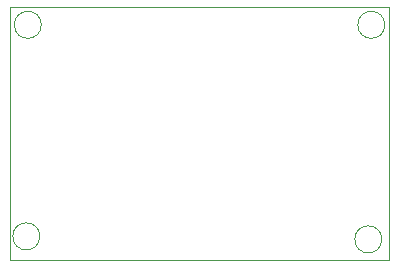
<source format=gbr>
%TF.GenerationSoftware,KiCad,Pcbnew,(6.0.2)*%
%TF.CreationDate,2022-04-13T03:50:02+09:00*%
%TF.ProjectId,input-74hc165,696e7075-742d-4373-9468-633136352e6b,rev?*%
%TF.SameCoordinates,Original*%
%TF.FileFunction,Profile,NP*%
%FSLAX46Y46*%
G04 Gerber Fmt 4.6, Leading zero omitted, Abs format (unit mm)*
G04 Created by KiCad (PCBNEW (6.0.2)) date 2022-04-13 03:50:02*
%MOMM*%
%LPD*%
G01*
G04 APERTURE LIST*
%TA.AperFunction,Profile*%
%ADD10C,0.050000*%
%TD*%
G04 APERTURE END LIST*
D10*
X148590000Y-84201000D02*
X180721000Y-84201000D01*
X180721000Y-84201000D02*
X180721000Y-105664000D01*
X180721000Y-105664000D02*
X148590000Y-105664000D01*
X148590000Y-105664000D02*
X148590000Y-84201000D01*
X151130000Y-103632000D02*
G75*
G03*
X151130000Y-103632000I-1143000J0D01*
G01*
X151257000Y-85725000D02*
G75*
G03*
X151257000Y-85725000I-1143000J0D01*
G01*
X180340000Y-85725000D02*
G75*
G03*
X180340000Y-85725000I-1143000J0D01*
G01*
X180086000Y-103886000D02*
G75*
G03*
X180086000Y-103886000I-1143000J0D01*
G01*
M02*

</source>
